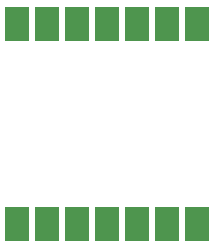
<source format=gbr>
%TF.GenerationSoftware,KiCad,Pcbnew,8.0.6-8.0.6-0~ubuntu24.04.1*%
%TF.CreationDate,2024-10-21T11:40:19+11:00*%
%TF.ProjectId,PCB-Receiver,5043422d-5265-4636-9569-7665722e6b69,rev?*%
%TF.SameCoordinates,Original*%
%TF.FileFunction,Paste,Bot*%
%TF.FilePolarity,Positive*%
%FSLAX46Y46*%
G04 Gerber Fmt 4.6, Leading zero omitted, Abs format (unit mm)*
G04 Created by KiCad (PCBNEW 8.0.6-8.0.6-0~ubuntu24.04.1) date 2024-10-21 11:40:19*
%MOMM*%
%LPD*%
G01*
G04 APERTURE LIST*
%ADD10R,2.000000X3.000000*%
G04 APERTURE END LIST*
D10*
%TO.C,U3*%
X76300000Y-60000000D03*
X78840000Y-60000000D03*
X81380000Y-60000000D03*
X83920000Y-60000000D03*
X86460000Y-60000000D03*
X89000000Y-60000000D03*
X91540000Y-60000000D03*
X91540000Y-77000000D03*
X89000000Y-77000000D03*
X86460000Y-77000000D03*
X83920000Y-77000000D03*
X81380000Y-77000000D03*
X78840000Y-77000000D03*
X76300000Y-77000000D03*
%TD*%
M02*

</source>
